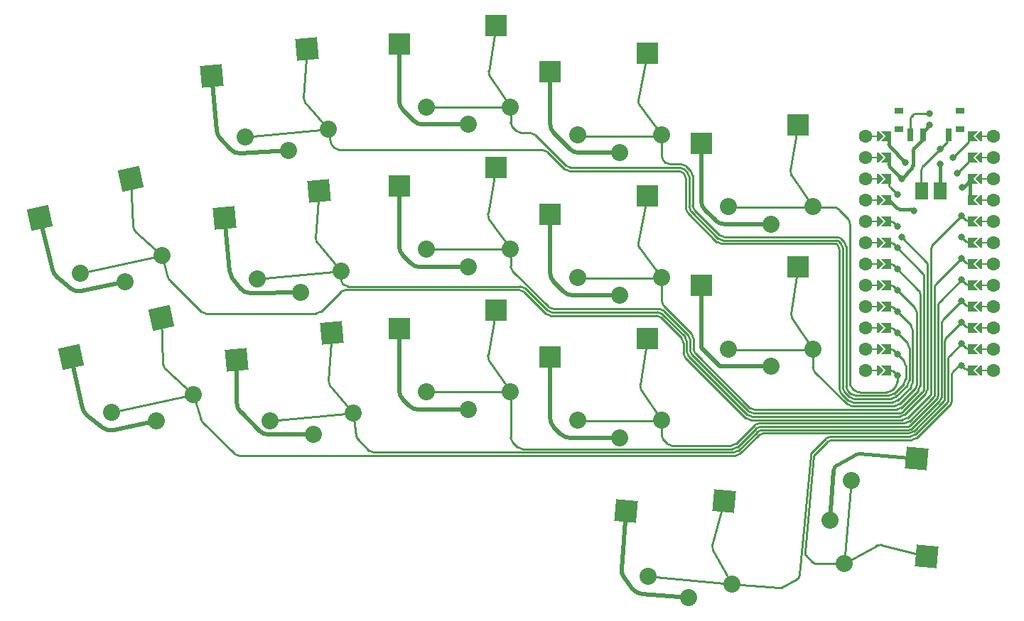
<source format=gbr>
G04 #@! TF.GenerationSoftware,KiCad,Pcbnew,6.0.0-d3dd2cf0fa~116~ubuntu20.04.1*
G04 #@! TF.CreationDate,2022-01-05T23:59:25-05:00*
G04 #@! TF.ProjectId,30_hs,33305f68-732e-46b6-9963-61645f706362,0.1*
G04 #@! TF.SameCoordinates,Original*
G04 #@! TF.FileFunction,Copper,L1,Top*
G04 #@! TF.FilePolarity,Positive*
%FSLAX46Y46*%
G04 Gerber Fmt 4.6, Leading zero omitted, Abs format (unit mm)*
G04 Created by KiCad (PCBNEW 6.0.0-d3dd2cf0fa~116~ubuntu20.04.1) date 2022-01-05 23:59:25*
%MOMM*%
%LPD*%
G01*
G04 APERTURE LIST*
G04 Aperture macros list*
%AMRotRect*
0 Rectangle, with rotation*
0 The origin of the aperture is its center*
0 $1 length*
0 $2 width*
0 $3 Rotation angle, in degrees counterclockwise*
0 Add horizontal line*
21,1,$1,$2,0,0,$3*%
%AMFreePoly0*
4,1,6,0.600000,0.200000,0.000000,-0.400000,-0.600000,0.200000,-0.600000,0.400000,0.600000,0.400000,0.600000,0.200000,0.600000,0.200000,$1*%
%AMFreePoly1*
4,1,5,0.125000,-0.500000,-0.125000,-0.500000,-0.125000,0.500000,0.125000,0.500000,0.125000,-0.500000,0.125000,-0.500000,$1*%
%AMFreePoly2*
4,1,6,0.600000,-0.250000,-0.600000,-0.250000,-0.600000,1.000000,0.000000,0.400000,0.600000,1.000000,0.600000,-0.250000,0.600000,-0.250000,$1*%
G04 Aperture macros list end*
G04 #@! TA.AperFunction,SMDPad,CuDef*
%ADD10RotRect,2.600000X2.600000X12.500000*%
G04 #@! TD*
G04 #@! TA.AperFunction,ComponentPad*
%ADD11C,2.032000*%
G04 #@! TD*
G04 #@! TA.AperFunction,SMDPad,CuDef*
%ADD12RotRect,2.600000X2.600000X5.000000*%
G04 #@! TD*
G04 #@! TA.AperFunction,SMDPad,CuDef*
%ADD13R,2.600000X2.600000*%
G04 #@! TD*
G04 #@! TA.AperFunction,SMDPad,CuDef*
%ADD14RotRect,2.600000X2.600000X355.000000*%
G04 #@! TD*
G04 #@! TA.AperFunction,SMDPad,CuDef*
%ADD15RotRect,2.600000X2.600000X265.000000*%
G04 #@! TD*
G04 #@! TA.AperFunction,SMDPad,CuDef*
%ADD16R,1.500000X2.100000*%
G04 #@! TD*
G04 #@! TA.AperFunction,ComponentPad*
%ADD17C,1.600000*%
G04 #@! TD*
G04 #@! TA.AperFunction,SMDPad,CuDef*
%ADD18FreePoly0,90.000000*%
G04 #@! TD*
G04 #@! TA.AperFunction,SMDPad,CuDef*
%ADD19FreePoly0,270.000000*%
G04 #@! TD*
G04 #@! TA.AperFunction,SMDPad,CuDef*
%ADD20FreePoly1,270.000000*%
G04 #@! TD*
G04 #@! TA.AperFunction,SMDPad,CuDef*
%ADD21FreePoly1,90.000000*%
G04 #@! TD*
G04 #@! TA.AperFunction,SMDPad,CuDef*
%ADD22FreePoly2,270.000000*%
G04 #@! TD*
G04 #@! TA.AperFunction,SMDPad,CuDef*
%ADD23FreePoly2,90.000000*%
G04 #@! TD*
G04 #@! TA.AperFunction,SMDPad,CuDef*
%ADD24R,1.000000X0.800000*%
G04 #@! TD*
G04 #@! TA.AperFunction,SMDPad,CuDef*
%ADD25R,0.700000X1.500000*%
G04 #@! TD*
G04 #@! TA.AperFunction,ViaPad*
%ADD26C,0.800000*%
G04 #@! TD*
G04 #@! TA.AperFunction,Conductor*
%ADD27C,0.250000*%
G04 #@! TD*
G04 #@! TA.AperFunction,Conductor*
%ADD28C,0.500000*%
G04 #@! TD*
G04 #@! TA.AperFunction,Conductor*
%ADD29C,0.400000*%
G04 #@! TD*
G04 APERTURE END LIST*
D10*
X38954135Y-69405927D03*
D11*
X38321575Y-81683874D03*
X32985571Y-80715851D03*
X42748532Y-78551455D03*
D10*
X28154083Y-74053656D03*
D11*
X57753079Y-66068134D03*
D12*
X59982821Y-53977791D03*
D11*
X62551025Y-63540346D03*
X52589078Y-64411904D03*
D12*
X48668515Y-57176069D03*
D13*
X70955000Y-53308851D03*
D11*
X84230000Y-60858851D03*
X74230000Y-60858851D03*
X79230000Y-62958851D03*
D13*
X82505000Y-51108851D03*
D11*
X97233086Y-66327567D03*
D13*
X100508086Y-54477567D03*
D11*
X102233086Y-64227567D03*
X92233086Y-64227567D03*
D13*
X88958086Y-56677567D03*
X118508089Y-62977570D03*
D11*
X115233089Y-74827570D03*
X120233089Y-72727570D03*
X110233089Y-72727570D03*
D13*
X106958089Y-65177570D03*
D11*
X42001051Y-98280900D03*
D10*
X42633611Y-86002953D03*
D11*
X46428008Y-95148481D03*
D10*
X31833559Y-90650682D03*
D11*
X36665047Y-97312877D03*
X59234721Y-83003450D03*
D12*
X61464463Y-70913107D03*
D11*
X64032667Y-80475662D03*
X54070720Y-81347220D03*
D12*
X50150157Y-74111385D03*
D11*
X84230000Y-77858851D03*
D13*
X70955000Y-70308851D03*
D11*
X74230000Y-77858851D03*
X79230000Y-79958851D03*
D13*
X82505000Y-68108851D03*
D11*
X102233086Y-81227564D03*
X92233086Y-81227564D03*
D13*
X88958086Y-73677564D03*
X100508086Y-71477564D03*
D11*
X97233086Y-83327564D03*
D13*
X106958089Y-82177569D03*
D11*
X120233089Y-89727569D03*
X110233089Y-89727569D03*
X115233089Y-91827569D03*
D13*
X118508089Y-79977569D03*
D11*
X60716369Y-99938758D03*
D12*
X62946111Y-87848415D03*
D11*
X65514315Y-97410970D03*
X55552368Y-98282528D03*
D12*
X51631805Y-91046693D03*
D11*
X74230000Y-94858862D03*
X84230000Y-94858862D03*
D13*
X70955000Y-87308862D03*
X82505000Y-85108862D03*
D11*
X79230000Y-96958862D03*
X92233086Y-98227566D03*
X102233086Y-98227566D03*
D13*
X88958086Y-90677566D03*
D11*
X97233086Y-100327566D03*
D13*
X100508086Y-88477566D03*
D14*
X109706114Y-107883077D03*
D11*
X105410781Y-119402549D03*
X110574782Y-117746319D03*
X100612835Y-116874761D03*
D14*
X98008323Y-109068056D03*
D11*
X122296236Y-110188449D03*
D15*
X133815708Y-114483782D03*
D11*
X123952466Y-115352450D03*
X124824024Y-105390503D03*
D15*
X132630729Y-102785991D03*
D16*
X135423000Y-70866000D03*
X133223000Y-70866000D03*
D17*
X126519009Y-64334446D03*
X141759009Y-74494446D03*
D18*
X128297009Y-71954446D03*
D19*
X139981009Y-82114446D03*
D17*
X141759009Y-69414446D03*
X126519009Y-71954446D03*
X126519009Y-77034446D03*
D18*
X128297009Y-87194446D03*
D20*
X140489009Y-71954446D03*
D18*
X128297009Y-92274446D03*
D17*
X141759009Y-79574446D03*
D18*
X128297009Y-84654446D03*
D17*
X141759009Y-92274446D03*
D20*
X140489009Y-77034446D03*
D19*
X139981009Y-87194446D03*
D18*
X128297009Y-77034446D03*
X128297009Y-79574446D03*
D17*
X126519009Y-66874446D03*
D20*
X140489009Y-69414446D03*
D17*
X141759009Y-84654446D03*
D20*
X140489009Y-87194446D03*
D18*
X128297009Y-64334446D03*
D17*
X141759009Y-77034446D03*
D20*
X140489009Y-82114446D03*
D21*
X127789009Y-89734446D03*
D17*
X141759009Y-64334446D03*
D18*
X128297009Y-66874446D03*
X128297009Y-89734446D03*
D19*
X139981009Y-89734446D03*
D21*
X127789009Y-69414446D03*
D17*
X141759009Y-82114446D03*
D20*
X140489009Y-89734446D03*
X140489009Y-79574446D03*
D17*
X141759009Y-71954446D03*
D20*
X140489009Y-84654446D03*
D17*
X126519009Y-69414446D03*
D21*
X127789009Y-74494446D03*
D18*
X128297009Y-74494446D03*
D19*
X139981009Y-79574446D03*
D17*
X126519009Y-89734446D03*
X126519009Y-79574446D03*
D18*
X128297009Y-69414446D03*
D20*
X140489009Y-92274446D03*
D21*
X127789009Y-66874446D03*
X127789009Y-87194446D03*
D17*
X126519009Y-87194446D03*
D19*
X139981009Y-74494446D03*
D21*
X127789009Y-84654446D03*
X127789009Y-77034446D03*
D20*
X140489009Y-74494446D03*
D17*
X141759009Y-66874446D03*
D21*
X127789009Y-64334446D03*
D19*
X139981009Y-69414446D03*
D21*
X127789009Y-79574446D03*
X127789009Y-71954446D03*
X127789009Y-82114446D03*
D17*
X126519009Y-74494446D03*
D19*
X139981009Y-71954446D03*
D17*
X126519009Y-84654446D03*
D19*
X139981009Y-66874446D03*
D20*
X140489009Y-66874446D03*
D17*
X126519009Y-92274446D03*
D19*
X139981009Y-64334446D03*
D17*
X126519009Y-82114446D03*
D20*
X140489009Y-64334446D03*
D19*
X139981009Y-84654446D03*
D17*
X141759009Y-89734446D03*
D19*
X139981009Y-92274446D03*
D18*
X128297009Y-82114446D03*
D19*
X139981009Y-77034446D03*
D21*
X127789009Y-92274446D03*
D17*
X141759009Y-87194446D03*
D22*
X138965009Y-64334446D03*
X138965009Y-66874446D03*
X138965009Y-69414446D03*
X138965009Y-71954446D03*
X138965009Y-74494446D03*
X138965009Y-77034446D03*
X138965009Y-79574446D03*
X138965009Y-82114446D03*
X138965009Y-84654446D03*
X138965009Y-87194446D03*
X138965009Y-89734446D03*
X138965009Y-92274446D03*
D23*
X129313009Y-92274446D03*
X129313009Y-89734446D03*
X129313009Y-87194446D03*
X129313009Y-84654446D03*
X129313009Y-82114446D03*
X129313009Y-79574446D03*
X129313009Y-77034446D03*
X129313009Y-74494446D03*
X129313009Y-71954446D03*
X129313009Y-69414446D03*
X129313009Y-66874446D03*
X129313009Y-64334446D03*
D24*
X130497486Y-63541256D03*
X137797486Y-61341256D03*
X137797486Y-63541256D03*
X130497486Y-61341256D03*
D25*
X136397486Y-64191256D03*
X133397486Y-64191256D03*
X131897486Y-64191256D03*
D26*
X134147489Y-61641258D03*
X137965009Y-73859446D03*
X130313009Y-85289444D03*
X130313007Y-87829443D03*
X130313008Y-90369445D03*
X130313005Y-92909447D03*
X137965007Y-86559444D03*
X137965009Y-76399444D03*
X130813009Y-76399446D03*
X130313006Y-77669446D03*
X130313007Y-80209443D03*
X130313007Y-82749441D03*
X137965005Y-84019446D03*
X137965011Y-81479447D03*
X137965007Y-78939446D03*
X137965007Y-89099443D03*
X137922000Y-91694000D03*
X130313008Y-71319445D03*
X137465008Y-68779446D03*
X136965009Y-66874444D03*
X130813008Y-69414444D03*
X138023600Y-70459600D03*
X134147491Y-63041258D03*
X132313009Y-73224443D03*
X133153388Y-70866000D03*
X135419174Y-65864289D03*
X135423001Y-70866001D03*
X135382000Y-67691000D03*
X131313008Y-67509445D03*
X130313007Y-75129443D03*
D27*
X131897489Y-62318221D02*
X131897489Y-64191257D01*
X132220901Y-61787703D02*
X132043936Y-61964667D01*
X134147489Y-61641258D02*
X132574454Y-61641257D01*
X132043936Y-61964667D02*
G75*
G03*
X131897489Y-62318221I353550J-353553D01*
G01*
X132220901Y-61787703D02*
G75*
G02*
X132574454Y-61641257I353553J-353556D01*
G01*
X85233140Y-82669523D02*
X64586848Y-82669523D01*
X42748532Y-78551455D02*
X32985571Y-80715851D01*
X137965009Y-73859446D02*
X134587798Y-77236657D01*
X134355109Y-77723709D02*
X134353484Y-77802342D01*
X134445973Y-77424170D02*
X134385790Y-77569465D01*
X61093629Y-85500000D02*
X47906371Y-85500000D01*
X112236224Y-97956242D02*
X105060754Y-90780772D01*
X47340685Y-85265685D02*
X43630246Y-81555246D01*
X88409711Y-85514723D02*
X85798825Y-82903837D01*
X43420744Y-81187258D02*
X42748532Y-78551455D01*
X134533345Y-77293408D02*
X134445973Y-77424170D01*
X39233542Y-75113781D02*
X38954135Y-69405927D01*
X134219377Y-95246041D02*
X134151765Y-95317575D01*
X138453559Y-74347997D02*
X137965009Y-73859446D01*
X138965009Y-74494444D02*
X138807113Y-74494444D01*
X134353484Y-94984679D02*
X134321369Y-95077723D01*
X134587798Y-77236657D02*
X134533345Y-77293408D01*
X104826440Y-90215087D02*
X104826440Y-88972817D01*
X134321369Y-95077723D02*
X134219377Y-95246041D01*
X64021162Y-82903838D02*
X61659314Y-85265686D01*
X42748532Y-78551455D02*
X39501893Y-75673303D01*
X130947412Y-98190557D02*
X112801910Y-98190557D01*
X134353484Y-77802342D02*
X134353484Y-94984679D01*
X134151765Y-95317575D02*
X131513097Y-97956243D01*
X101602663Y-85749040D02*
X88975397Y-85749038D01*
X134385790Y-77569465D02*
X134355109Y-77723709D01*
X104592125Y-88407131D02*
X102168348Y-85983354D01*
X64021162Y-82903838D02*
G75*
G02*
X64586848Y-82669523I565689J-565692D01*
G01*
X104826440Y-90215087D02*
G75*
G03*
X105060754Y-90780772I800000J0D01*
G01*
X102168348Y-85983354D02*
G75*
G03*
X101602663Y-85749040I-565685J-565686D01*
G01*
X39233543Y-75113781D02*
G75*
G03*
X39501893Y-75673302I799050J39118D01*
G01*
X61093629Y-85500000D02*
G75*
G03*
X61659314Y-85265686I0J800000D01*
G01*
X47906371Y-85500000D02*
G75*
G02*
X47340685Y-85265685I-2J799995D01*
G01*
X85233140Y-82669523D02*
G75*
G02*
X85798825Y-82903837I0J-800000D01*
G01*
X88975397Y-85749038D02*
G75*
G02*
X88409711Y-85514723I-2J799995D01*
G01*
X112236224Y-97956242D02*
G75*
G03*
X112801910Y-98190557I565684J565680D01*
G01*
X43630247Y-81555245D02*
G75*
G02*
X43420745Y-81187258I565690J565687D01*
G01*
X131513097Y-97956243D02*
G75*
G02*
X130947412Y-98190557I-565685J565686D01*
G01*
X104592125Y-88407131D02*
G75*
G02*
X104826440Y-88972817I-565680J-565684D01*
G01*
X138453559Y-74347997D02*
G75*
G03*
X138807113Y-74494444I353553J353550D01*
G01*
X105125960Y-72949601D02*
X105125960Y-69362343D01*
X90637218Y-68252224D02*
X88601811Y-66216817D01*
X59550038Y-59670652D02*
X59982821Y-53977791D01*
X108784711Y-76939723D02*
X105360274Y-73515286D01*
X104891645Y-68796657D02*
X104815842Y-68720854D01*
X123180325Y-77271657D02*
X123141286Y-77232618D01*
X62551025Y-63540346D02*
X52589078Y-64411904D01*
X129777822Y-96100490D02*
X125001884Y-96100490D01*
X131915685Y-94293998D02*
X130343507Y-95866176D01*
X122999865Y-77174040D02*
X121850000Y-77174040D01*
X123414641Y-94513247D02*
X123414641Y-93700000D01*
X62551025Y-63540346D02*
X59739605Y-60251080D01*
X129824454Y-84800891D02*
X130313009Y-85289444D01*
X123414641Y-93700000D02*
X123414640Y-77837343D01*
X104250157Y-68486540D02*
X91202904Y-68486539D01*
X132150000Y-87457806D02*
X132150000Y-93728312D01*
X63248188Y-65748188D02*
X63031724Y-65531724D01*
X88036126Y-65982503D02*
X63813874Y-65982503D01*
X121850000Y-77174040D02*
X109350397Y-77174038D01*
X130313009Y-85289444D02*
X131915686Y-86892121D01*
X124436198Y-95866175D02*
X123648955Y-95078932D01*
X62808109Y-65096440D02*
X62551025Y-63540346D01*
X129313008Y-84654447D02*
X129470896Y-84654445D01*
X124436198Y-95866175D02*
G75*
G03*
X125001884Y-96100490I565684J565680D01*
G01*
X104891645Y-68796657D02*
G75*
G02*
X105125960Y-69362343I-565692J-565689D01*
G01*
X105360274Y-73515286D02*
G75*
G02*
X105125960Y-72949601I565686J565685D01*
G01*
X129824454Y-84800891D02*
G75*
G03*
X129470896Y-84654445I-353553J-353554D01*
G01*
X129777822Y-96100490D02*
G75*
G03*
X130343507Y-95866176I0J800000D01*
G01*
X62808110Y-65096440D02*
G75*
G03*
X63031725Y-65531723I789294J130398D01*
G01*
X63248188Y-65748188D02*
G75*
G03*
X63813874Y-65982503I565689J565692D01*
G01*
X88601811Y-66216817D02*
G75*
G03*
X88036126Y-65982503I-565685J-565686D01*
G01*
X132150000Y-87457806D02*
G75*
G03*
X131915686Y-86892121I-800000J0D01*
G01*
X131915685Y-94293998D02*
G75*
G03*
X132150000Y-93728312I-565692J565689D01*
G01*
X104250157Y-68486540D02*
G75*
G02*
X104815842Y-68720854I0J-800000D01*
G01*
X108784711Y-76939723D02*
G75*
G03*
X109350397Y-77174038I565689J565692D01*
G01*
X123141286Y-77232618D02*
G75*
G03*
X122999865Y-77174040I-141422J-141425D01*
G01*
X123414641Y-94513247D02*
G75*
G03*
X123648955Y-95078932I800000J0D01*
G01*
X91202904Y-68486539D02*
G75*
G02*
X90637218Y-68252224I-2J799995D01*
G01*
X123180325Y-77271657D02*
G75*
G02*
X123414640Y-77837343I-565692J-565689D01*
G01*
X59739606Y-60251079D02*
G75*
G02*
X59550039Y-59670652I608130J519784D01*
G01*
X108950198Y-76540204D02*
X105759795Y-73349801D01*
X84244393Y-60858851D02*
X74244393Y-60858851D01*
X123579845Y-77106171D02*
X123351036Y-76877362D01*
X105291165Y-68631171D02*
X104981328Y-68321334D01*
X129541602Y-95700980D02*
X125167358Y-95700980D01*
X129313007Y-87194443D02*
X129470902Y-87194443D01*
X84244393Y-60858851D02*
X81753679Y-57188317D01*
X105525481Y-72784116D02*
X105525480Y-69196857D01*
X90802705Y-67852705D02*
X87134314Y-64184314D01*
X129824454Y-87340890D02*
X130313007Y-87829443D01*
X124601672Y-95466665D02*
X124048474Y-94913467D01*
X84244393Y-62713022D02*
X84244393Y-60858851D01*
X81626002Y-56610897D02*
X82519393Y-51108851D01*
X123102754Y-76774520D02*
X109515884Y-76774519D01*
X86568629Y-63950000D02*
X85481371Y-63950000D01*
X104415643Y-68087020D02*
X91368391Y-68087020D01*
X84915685Y-63715685D02*
X84478707Y-63278707D01*
X131515685Y-94058268D02*
X130107287Y-95466666D01*
X123814160Y-94347782D02*
X123814160Y-77671857D01*
X130313007Y-87829443D02*
X131515686Y-89032122D01*
X131750000Y-89597807D02*
X131750000Y-93492582D01*
X105525480Y-69196857D02*
G75*
G03*
X105291165Y-68631171I-799995J2D01*
G01*
X104415643Y-68087020D02*
G75*
G02*
X104981328Y-68321334I0J-800000D01*
G01*
X129541602Y-95700980D02*
G75*
G03*
X130107287Y-95466666I0J800000D01*
G01*
X123814160Y-77671857D02*
G75*
G03*
X123579845Y-77106171I-799995J2D01*
G01*
X124601672Y-95466665D02*
G75*
G03*
X125167358Y-95700980I565689J565692D01*
G01*
X123814160Y-94347782D02*
G75*
G03*
X124048474Y-94913467I800000J0D01*
G01*
X123351036Y-76877362D02*
G75*
G03*
X123102754Y-76774520I-248284J-248285D01*
G01*
X81753680Y-57188316D02*
G75*
G02*
X81626003Y-56610897I661980J449200D01*
G01*
X131515685Y-94058268D02*
G75*
G03*
X131750000Y-93492582I-565692J565689D01*
G01*
X84915685Y-63715685D02*
G75*
G03*
X85481371Y-63950000I565689J565692D01*
G01*
X87134314Y-64184314D02*
G75*
G03*
X86568629Y-63950000I-565685J-565686D01*
G01*
X105525481Y-72784116D02*
G75*
G03*
X105759795Y-73349801I800000J0D01*
G01*
X129824454Y-87340890D02*
G75*
G03*
X129470902Y-87194443I-353551J-353545D01*
G01*
X131750000Y-89597807D02*
G75*
G03*
X131515686Y-89032122I-800000J0D01*
G01*
X109515884Y-76774519D02*
G75*
G02*
X108950198Y-76540204I-2J799995D01*
G01*
X90802705Y-67852705D02*
G75*
G03*
X91368391Y-68087020I565689J565692D01*
G01*
X84244393Y-62713022D02*
G75*
G03*
X84478707Y-63278707I800000J0D01*
G01*
X105690685Y-68465685D02*
X105146814Y-67921814D01*
X124213680Y-94182309D02*
X124213680Y-77506371D01*
X123979365Y-76940685D02*
X123582847Y-76544167D01*
X123174442Y-76375000D02*
X109681371Y-76375000D01*
X102628185Y-67453185D02*
X102467400Y-67292400D01*
X109115685Y-76140685D02*
X106159314Y-73184314D01*
X102233086Y-66726715D02*
X102233086Y-64227567D01*
X131325000Y-91712808D02*
X131325000Y-93305975D01*
X131090686Y-93871660D02*
X129895188Y-95067158D01*
X130313008Y-90369445D02*
X131090685Y-91147122D01*
X99464251Y-60009496D02*
X100508086Y-54477567D01*
X104581129Y-67687500D02*
X103193871Y-67687500D01*
X102233086Y-64227567D02*
X99604424Y-60629790D01*
X124767159Y-95067159D02*
X124447995Y-94747995D01*
X92133086Y-64327566D02*
X102333090Y-64327569D01*
X129313009Y-89734443D02*
X129470902Y-89734443D01*
X105925000Y-72618629D02*
X105925000Y-69031371D01*
X129329502Y-95301473D02*
X125332844Y-95301473D01*
X129824455Y-89880890D02*
X130313008Y-90369445D01*
X123174442Y-76375001D02*
G75*
G02*
X123582846Y-76544168I0J-577571D01*
G01*
X106159314Y-73184314D02*
G75*
G02*
X105925000Y-72618629I565686J565685D01*
G01*
X124213680Y-94182309D02*
G75*
G03*
X124447995Y-94747995I800007J3D01*
G01*
X109115685Y-76140685D02*
G75*
G03*
X109681371Y-76375000I565689J565692D01*
G01*
X129824455Y-89880890D02*
G75*
G03*
X129470902Y-89734443I-353555J-353557D01*
G01*
X99604425Y-60629789D02*
G75*
G02*
X99464252Y-60009496I645949J471955D01*
G01*
X124213680Y-77506371D02*
G75*
G03*
X123979365Y-76940685I-799995J2D01*
G01*
X102628185Y-67453185D02*
G75*
G03*
X103193871Y-67687500I565689J565692D01*
G01*
X131325000Y-91712808D02*
G75*
G03*
X131090685Y-91147122I-800007J-3D01*
G01*
X105146814Y-67921814D02*
G75*
G03*
X104581129Y-67687500I-565685J-565686D01*
G01*
X105690685Y-68465685D02*
G75*
G02*
X105925000Y-69031371I-565692J-565689D01*
G01*
X129329502Y-95301473D02*
G75*
G03*
X129895188Y-95067158I2J799995D01*
G01*
X102467400Y-67292400D02*
G75*
G02*
X102233086Y-66726715I565686J565685D01*
G01*
X131090686Y-93871660D02*
G75*
G03*
X131325000Y-93305975I-565686J565685D01*
G01*
X124767159Y-95067159D02*
G75*
G03*
X125332844Y-95301473I565685J565686D01*
G01*
X129824454Y-92420891D02*
X130313005Y-92909447D01*
X130313005Y-92909447D02*
X130313005Y-93656381D01*
X122705356Y-72827570D02*
X120333089Y-72827570D01*
X117579205Y-68408100D02*
X118508089Y-62977570D01*
X129313004Y-92274443D02*
X129470899Y-92274443D01*
X124663200Y-93718186D02*
X124663200Y-74785414D01*
X120333090Y-72827570D02*
X120333092Y-72827572D01*
X129074986Y-94894400D02*
X125839414Y-94894400D01*
X130020112Y-94363488D02*
X129782093Y-94601507D01*
X110133089Y-72827570D02*
X120333092Y-72827572D01*
X125132307Y-94601507D02*
X124956093Y-94425293D01*
X120333089Y-72827570D02*
X120333090Y-72827570D01*
X120233089Y-72727570D02*
X117705162Y-68991281D01*
X124370307Y-74078307D02*
X123412463Y-73120463D01*
X117705162Y-68991281D02*
G75*
G02*
X117579205Y-68408100I662596J448302D01*
G01*
X130313004Y-93656381D02*
G75*
G02*
X130020111Y-94363487I-999993J-3D01*
G01*
X124663201Y-93718186D02*
G75*
G03*
X124956094Y-94425292I999993J-3D01*
G01*
X129074986Y-94894399D02*
G75*
G03*
X129782092Y-94601506I3J999993D01*
G01*
X122705356Y-72827571D02*
G75*
G02*
X123412462Y-73120464I3J-999993D01*
G01*
X125839414Y-94894399D02*
G75*
G02*
X125132308Y-94601506I-3J999993D01*
G01*
X124663199Y-74785414D02*
G75*
G03*
X124370306Y-74078308I-999993J3D01*
G01*
X129470899Y-92274443D02*
G75*
G02*
X129824454Y-92420891I3J-499992D01*
G01*
X47341667Y-98134365D02*
X46428008Y-95148481D01*
X135953186Y-88825628D02*
X135951561Y-88904261D01*
X42837650Y-91563427D02*
X42633611Y-86002953D01*
X113802049Y-100022951D02*
X111584314Y-102240686D01*
X137965007Y-86559444D02*
X136185875Y-88338576D01*
X111018629Y-102475000D02*
X51881371Y-102475000D01*
X131699011Y-99788636D02*
X114367735Y-99788636D01*
X46428008Y-95148481D02*
X43099359Y-92126394D01*
X136131422Y-88395327D02*
X136044050Y-88526089D01*
X46428008Y-95148481D02*
X36665047Y-97312877D01*
X136185875Y-88338576D02*
X136131422Y-88395327D01*
X135951561Y-88904261D02*
X135951561Y-95536086D01*
X51315685Y-102240685D02*
X47540969Y-98465969D01*
X136044050Y-88526089D02*
X135983867Y-88671384D01*
X138453561Y-87048000D02*
X137965007Y-86559444D01*
X135951561Y-95536086D02*
X135950082Y-95614734D01*
X135919396Y-95769006D02*
X135859202Y-95914328D01*
X135983867Y-88671384D02*
X135953186Y-88825628D01*
X135859202Y-95914328D02*
X135771813Y-96045114D01*
X138965008Y-87194447D02*
X138807114Y-87194447D01*
X135950082Y-95614734D02*
X135919396Y-95769006D01*
X135717246Y-96101772D02*
X132264696Y-99554322D01*
X135771813Y-96045114D02*
X135717246Y-96101772D01*
X47341668Y-98134365D02*
G75*
G03*
X47540970Y-98465968I764989J234083D01*
G01*
X111584314Y-102240686D02*
G75*
G02*
X111018629Y-102475000I-565685J565686D01*
G01*
X51881371Y-102475000D02*
G75*
G02*
X51315685Y-102240685I-2J799995D01*
G01*
X42837650Y-91563427D02*
G75*
G03*
X43099359Y-92126394I799463J29336D01*
G01*
X138453561Y-87048000D02*
G75*
G03*
X138807114Y-87194447I353555J353557D01*
G01*
X113802049Y-100022951D02*
G75*
G02*
X114367735Y-99788636I565689J-565692D01*
G01*
X131699011Y-99788636D02*
G75*
G03*
X132264696Y-99554322I0J800000D01*
G01*
X101768149Y-85349520D02*
X89140884Y-85349519D01*
X138453558Y-76887996D02*
X137965009Y-76399444D01*
X105225960Y-90049601D02*
X105225960Y-88807331D01*
X130813009Y-76399446D02*
X133903965Y-79490402D01*
X112401710Y-97556722D02*
X105460274Y-90615286D01*
X64032667Y-81451296D02*
X64032667Y-80475662D01*
X60978837Y-76422822D02*
X61464463Y-70913107D01*
X104991645Y-88241645D02*
X102333834Y-85583834D01*
X130665115Y-97791038D02*
X112967396Y-97791037D01*
X64032667Y-80475662D02*
X54070720Y-81347220D01*
X138965008Y-77034444D02*
X138807114Y-77034444D01*
X64285688Y-82035688D02*
X64266981Y-82016981D01*
X85398626Y-82270003D02*
X64851374Y-82270003D01*
X88575198Y-85115204D02*
X85964311Y-82504317D01*
X133669650Y-95117874D02*
X131230800Y-97556724D01*
X64032667Y-80475662D02*
X61159380Y-77003054D01*
X133903965Y-79490402D02*
X133903965Y-94552188D01*
X85964311Y-82504317D02*
G75*
G03*
X85398626Y-82270003I-565685J-565686D01*
G01*
X64285688Y-82035688D02*
G75*
G03*
X64851374Y-82270003I565684J565680D01*
G01*
X64032667Y-81451296D02*
G75*
G03*
X64266981Y-82016981I800000J0D01*
G01*
X88575198Y-85115204D02*
G75*
G03*
X89140884Y-85349519I565689J565692D01*
G01*
X102333834Y-85583834D02*
G75*
G03*
X101768149Y-85349520I-565685J-565686D01*
G01*
X112401710Y-97556722D02*
G75*
G03*
X112967396Y-97791037I565684J565680D01*
G01*
X138453558Y-76887996D02*
G75*
G03*
X138807114Y-77034444I353554J353549D01*
G01*
X130665115Y-97791038D02*
G75*
G03*
X131230800Y-97556724I0J800000D01*
G01*
X104991645Y-88241645D02*
G75*
G02*
X105225960Y-88807331I-565692J-565689D01*
G01*
X105225960Y-90049601D02*
G75*
G03*
X105460274Y-90615286I800000J0D01*
G01*
X133669650Y-95117874D02*
G75*
G03*
X133903965Y-94552188I-565692J565689D01*
G01*
X60978838Y-76422822D02*
G75*
G03*
X61159380Y-77003054I796909J-70241D01*
G01*
X133307292Y-94888522D02*
X133252725Y-94945180D01*
X133487040Y-94379494D02*
X133485561Y-94458142D01*
X84244389Y-77858851D02*
X81668719Y-74223425D01*
X105625480Y-89884116D02*
X105625479Y-88621856D01*
X133485415Y-81096218D02*
X133487040Y-81174851D01*
X133485561Y-94458142D02*
X133454875Y-94612414D01*
X129313008Y-77034445D02*
X129470900Y-77034445D01*
X130553648Y-97389894D02*
X130475015Y-97391519D01*
X133252725Y-94945180D02*
X131040700Y-97157205D01*
X129824456Y-77180893D02*
X130313006Y-77669446D01*
X130983949Y-97211658D02*
X130853187Y-97299030D01*
X81533979Y-73620136D02*
X82519389Y-68108851D01*
X131040700Y-97157205D02*
X130983949Y-97211658D01*
X130475015Y-97391519D02*
X113132883Y-97391518D01*
X133394551Y-80796679D02*
X133454734Y-80941974D01*
X133252726Y-80609166D02*
X133307179Y-80665917D01*
X133487040Y-81174851D02*
X133487040Y-94379494D01*
X133307179Y-80665917D02*
X133394551Y-80796679D01*
X133394681Y-94757736D02*
X133307292Y-94888522D01*
X101953623Y-84950000D02*
X89306371Y-84950000D01*
X105391164Y-88056170D02*
X102519308Y-85184314D01*
X84244389Y-79888018D02*
X84244389Y-77858851D01*
X130707892Y-97359213D02*
X130553648Y-97389894D01*
X88740685Y-84715685D02*
X84478703Y-80453703D01*
X130853187Y-97299030D02*
X130707892Y-97359213D01*
X133454875Y-94612414D02*
X133394681Y-94757736D01*
X130313006Y-77669446D02*
X133252726Y-80609166D01*
X133454734Y-80941974D02*
X133485415Y-81096218D01*
X112567197Y-97157203D02*
X105859794Y-90449800D01*
X84244389Y-77858851D02*
X74244389Y-77858851D01*
X81533979Y-73620136D02*
G75*
G03*
X81668719Y-74223425I787512J-140806D01*
G01*
X102519308Y-85184314D02*
G75*
G03*
X101953623Y-84950000I-565685J-565686D01*
G01*
X105391164Y-88056170D02*
G75*
G02*
X105625479Y-88621856I-565692J-565689D01*
G01*
X129824456Y-77180893D02*
G75*
G03*
X129470900Y-77034445I-353554J-353549D01*
G01*
X88740685Y-84715685D02*
G75*
G03*
X89306371Y-84950000I565689J565692D01*
G01*
X105625480Y-89884116D02*
G75*
G03*
X105859794Y-90449800I799995J-1D01*
G01*
X84478703Y-80453703D02*
G75*
G02*
X84244389Y-79888018I565686J565685D01*
G01*
X112567197Y-97157203D02*
G75*
G03*
X113132883Y-97391518I565684J565680D01*
G01*
X129824454Y-79720891D02*
X130313007Y-80209443D01*
X112732684Y-96757684D02*
X106259314Y-90284314D01*
X130313007Y-80209443D02*
X132803206Y-82699642D01*
X133005214Y-83032450D02*
X133035895Y-83186694D01*
X133035895Y-83186694D02*
X133037520Y-83265327D01*
X99441334Y-77029752D02*
X100508093Y-71477564D01*
X132803206Y-82699642D02*
X132857659Y-82756393D01*
X132857659Y-82756393D02*
X132945031Y-82887155D01*
X106025000Y-89718629D02*
X106025000Y-88456371D01*
X130193129Y-96991999D02*
X113298370Y-96991999D01*
X102233093Y-81227564D02*
X99584465Y-77657348D01*
X132803205Y-94713294D02*
X130758814Y-96757685D01*
X133037520Y-83265327D02*
X133037520Y-94147608D01*
X102233093Y-84001722D02*
X102233093Y-81227564D01*
X132945031Y-82887155D02*
X133005214Y-83032450D01*
X105790685Y-87890685D02*
X102467407Y-84567407D01*
X129313006Y-79574444D02*
X129470902Y-79574444D01*
X92133084Y-81327568D02*
X102333101Y-81327570D01*
X130193129Y-96991999D02*
G75*
G03*
X130758814Y-96757685I0J800000D01*
G01*
X129824454Y-79720891D02*
G75*
G03*
X129470902Y-79574444I-353551J-353545D01*
G01*
X106025000Y-89718629D02*
G75*
G03*
X106259314Y-90284314I800000J0D01*
G01*
X102233093Y-84001722D02*
G75*
G03*
X102467407Y-84567407I800000J0D01*
G01*
X132803205Y-94713294D02*
G75*
G03*
X133037520Y-94147608I-565680J565684D01*
G01*
X99584465Y-77657348D02*
G75*
G02*
X99441334Y-77029752I642506J476651D01*
G01*
X112732684Y-96757684D02*
G75*
G03*
X113298370Y-96991999I565684J565680D01*
G01*
X106025000Y-88456371D02*
G75*
G03*
X105790685Y-87890685I-799995J2D01*
G01*
X129313008Y-82114446D02*
X129470904Y-82114446D01*
X132408252Y-94516127D02*
X132383873Y-94516127D01*
X129824459Y-82260893D02*
X130313007Y-82749441D01*
X132586521Y-94085747D02*
X132555835Y-94240019D01*
X132555694Y-85122928D02*
X132586375Y-85277172D01*
X132495511Y-84977633D02*
X132555694Y-85122928D01*
X132588000Y-94007099D02*
X132586521Y-94085747D01*
X110133096Y-89827567D02*
X120333090Y-89827568D01*
X130313007Y-82749441D02*
X132353686Y-84790120D01*
X132588000Y-85355805D02*
X132588000Y-94007099D01*
X132383873Y-94516127D02*
X130609314Y-96290686D01*
X132408139Y-84846871D02*
X132495511Y-84977633D01*
X124290685Y-96290685D02*
X120467407Y-92467407D01*
X120233093Y-89727569D02*
X117797160Y-86082609D01*
X117671268Y-85518633D02*
X118508093Y-79977569D01*
X132353686Y-84790120D02*
X132408139Y-84846871D01*
X130043629Y-96525000D02*
X124856371Y-96525000D01*
X132495641Y-94385341D02*
X132408252Y-94516127D01*
X132555835Y-94240019D02*
X132495641Y-94385341D01*
X132586375Y-85277172D02*
X132588000Y-85355805D01*
X120233093Y-91901722D02*
X120233093Y-89727569D01*
X120467407Y-92467407D02*
G75*
G02*
X120233093Y-91901722I565686J565685D01*
G01*
X130043629Y-96525000D02*
G75*
G03*
X130609314Y-96290686I0J800000D01*
G01*
X117671268Y-85518633D02*
G75*
G03*
X117797160Y-86082609I791028J-119464D01*
G01*
X129824459Y-82260893D02*
G75*
G03*
X129470904Y-82114446I-353553J-353550D01*
G01*
X124290685Y-96290685D02*
G75*
G03*
X124856371Y-96525000I565684J565680D01*
G01*
X135644533Y-86385606D02*
X135584350Y-86530901D01*
X135553669Y-86685145D02*
X135552044Y-86763778D01*
X135731905Y-86254844D02*
X135644533Y-86385606D01*
X138453561Y-84508000D02*
X137965005Y-84019446D01*
X131911554Y-99296360D02*
X131766314Y-99356521D01*
X135550418Y-95449233D02*
X135519736Y-95603477D01*
X110853143Y-102075480D02*
X67931851Y-102075480D01*
X113636562Y-99623432D02*
X111418828Y-101841166D01*
X65841443Y-100076562D02*
X65514315Y-97410970D01*
X135552043Y-95370600D02*
X135550418Y-95449233D01*
X131612128Y-99387190D02*
X131533525Y-99389116D01*
X62547630Y-93503829D02*
X62946111Y-87848415D01*
X131766314Y-99356521D02*
X131612128Y-99387190D01*
X135786358Y-86198093D02*
X135731905Y-86254844D01*
X135459553Y-95748771D02*
X135372181Y-95879533D01*
X135519736Y-95603477D02*
X135459553Y-95748771D01*
X135317727Y-95936285D02*
X132099210Y-99154802D01*
X135584350Y-86530901D02*
X135553669Y-86685145D01*
X132042267Y-99209021D02*
X131911554Y-99296360D01*
X65514315Y-97410970D02*
X55552368Y-98282528D01*
X135372181Y-95879533D02*
X135317727Y-95936285D01*
X132099210Y-99154802D02*
X132042267Y-99209021D01*
X137965005Y-84019446D02*
X135786358Y-86198093D01*
X138965007Y-84654447D02*
X138807110Y-84654446D01*
X131533525Y-99389116D02*
X114202248Y-99389117D01*
X135552044Y-86763778D02*
X135552043Y-95370600D01*
X65514315Y-97410970D02*
X62731159Y-94072307D01*
X67366165Y-101841165D02*
X66069800Y-100544800D01*
X114202248Y-99389117D02*
G75*
G03*
X113636562Y-99623432I-2J-799995D01*
G01*
X111418828Y-101841166D02*
G75*
G02*
X110853143Y-102075480I-565685J565686D01*
G01*
X62731159Y-94072307D02*
G75*
G02*
X62547631Y-93503829I614494J512249D01*
G01*
X65841444Y-100076562D02*
G75*
G03*
X66069801Y-100544799I794043J97447D01*
G01*
X67931851Y-102075480D02*
G75*
G02*
X67366165Y-101841165I-2J799995D01*
G01*
X138453561Y-84508000D02*
G75*
G03*
X138807110Y-84654446I353554J353558D01*
G01*
X135154149Y-84544672D02*
X135152524Y-84623305D01*
X131446672Y-98987971D02*
X131368039Y-98989596D01*
X131933724Y-98755282D02*
X131876973Y-98809735D01*
X135245013Y-84245133D02*
X135184830Y-84390428D01*
X137965011Y-81479447D02*
X135386838Y-84057620D01*
X134918208Y-95770798D02*
X131933724Y-98755282D01*
X110687657Y-101675960D02*
X85632331Y-101675960D01*
X113471075Y-99223913D02*
X111253342Y-101441646D01*
X84244382Y-94858862D02*
X74244382Y-94858862D01*
X138965008Y-82114444D02*
X138807116Y-82114444D01*
X135332385Y-84114371D02*
X135245013Y-84245133D01*
X135386838Y-84057620D02*
X135332385Y-84114371D01*
X138453563Y-81967998D02*
X137965011Y-81479447D01*
X131600916Y-98957290D02*
X131446672Y-98987971D01*
X135060033Y-95583285D02*
X134972661Y-95714047D01*
X85066645Y-101441645D02*
X84478696Y-100853696D01*
X135152524Y-84623305D02*
X135152523Y-95205113D01*
X131368039Y-98989596D02*
X114036761Y-98989598D01*
X134972661Y-95714047D02*
X134918208Y-95770798D01*
X84244382Y-100288011D02*
X84244382Y-94858862D01*
X135152523Y-95205113D02*
X135150898Y-95283746D01*
X131746211Y-98897107D02*
X131600916Y-98957290D01*
X81534301Y-90500432D02*
X82519382Y-85108862D01*
X84244382Y-94858862D02*
X81661743Y-91097008D01*
X135184830Y-84390428D02*
X135154149Y-84544672D01*
X135150898Y-95283746D02*
X135120216Y-95437990D01*
X135120216Y-95437990D02*
X135060033Y-95583285D01*
X131876973Y-98809735D02*
X131746211Y-98897107D01*
X84478696Y-100853696D02*
G75*
G02*
X84244382Y-100288011I565686J565685D01*
G01*
X138453563Y-81967998D02*
G75*
G03*
X138807116Y-82114444I353553J353556D01*
G01*
X81534302Y-90500432D02*
G75*
G03*
X81661744Y-91097008I786979J-143784D01*
G01*
X114036761Y-98989598D02*
G75*
G03*
X113471075Y-99223913I-2J-799995D01*
G01*
X111253342Y-101441646D02*
G75*
G02*
X110687657Y-101675960I-565685J565686D01*
G01*
X85066645Y-101441645D02*
G75*
G03*
X85632331Y-101675960I565689J565692D01*
G01*
X134987318Y-81917135D02*
X134932865Y-81973886D01*
X134753004Y-95039625D02*
X134751379Y-95118258D01*
X102233093Y-98227566D02*
X99795813Y-94557229D01*
X134518689Y-95605311D02*
X131768238Y-98355762D01*
X138453560Y-79427998D02*
X137965007Y-78939446D01*
X113305591Y-98824391D02*
X111087856Y-101042126D01*
X134845493Y-82104648D02*
X134785310Y-82249943D01*
X134573142Y-95548560D02*
X134518689Y-95605311D01*
X134932865Y-81973886D02*
X134845493Y-82104648D01*
X99671303Y-93994713D02*
X100508093Y-88477566D01*
X102892125Y-101042125D02*
X102467407Y-100617407D01*
X134720697Y-95272502D02*
X134660514Y-95417797D01*
X131202553Y-98590076D02*
X113871277Y-98590076D01*
X134751379Y-95118258D02*
X134720697Y-95272502D01*
X92133086Y-98327574D02*
X102333085Y-98327565D01*
X102233093Y-100051722D02*
X102233093Y-98227566D01*
X134753004Y-82482820D02*
X134753004Y-95039625D01*
X134660514Y-95417797D02*
X134573142Y-95548560D01*
X134785310Y-82249943D02*
X134754629Y-82404187D01*
X110522171Y-101276440D02*
X103457811Y-101276440D01*
X137965007Y-78939446D02*
X134987318Y-81917135D01*
X134754629Y-82404187D02*
X134753004Y-82482820D01*
X138965007Y-79574444D02*
X138807114Y-79574444D01*
X111087856Y-101042126D02*
G75*
G02*
X110522171Y-101276440I-565685J565686D01*
G01*
X102233093Y-100051722D02*
G75*
G03*
X102467407Y-100617407I800000J0D01*
G01*
X131202553Y-98590076D02*
G75*
G03*
X131768238Y-98355762I0J800000D01*
G01*
X138807114Y-79574443D02*
G75*
G02*
X138453560Y-79427998I-1J500001D01*
G01*
X113871277Y-98590076D02*
G75*
G03*
X113305591Y-98824391I-2J-799995D01*
G01*
X99671304Y-93994713D02*
G75*
G03*
X99795813Y-94557229I790959J-119963D01*
G01*
X102892125Y-101042125D02*
G75*
G03*
X103457811Y-101276440I565689J565692D01*
G01*
X136352706Y-90966107D02*
X136351081Y-91044740D01*
X120143514Y-102042724D02*
X120054238Y-102194300D01*
X116262850Y-118234457D02*
X116184878Y-118229326D01*
X118251190Y-117253897D02*
X116636582Y-118134591D01*
X138965009Y-89734442D02*
X138807116Y-89734443D01*
X116418169Y-118217430D02*
X116262850Y-118234457D01*
X118439568Y-117114624D02*
X118319210Y-117214975D01*
X110574782Y-117746319D02*
X108356639Y-113733382D01*
X120263656Y-101914227D02*
X120143514Y-102042724D01*
X136318915Y-95934493D02*
X136258721Y-96079815D01*
X136351081Y-91044740D02*
X136351080Y-95701573D01*
X136383387Y-90811863D02*
X136352706Y-90966107D01*
X116567242Y-118170618D02*
X116418169Y-118217430D01*
X136116765Y-96267259D02*
X132430182Y-99953842D01*
X120335202Y-101863029D02*
X120263656Y-101914227D01*
X136171332Y-96210601D02*
X136116765Y-96267259D01*
X110574782Y-117746319D02*
X100612835Y-116874761D01*
X138453559Y-89587996D02*
X137965007Y-89099443D01*
X118655751Y-116703910D02*
X118611111Y-116854122D01*
X136351080Y-95701573D02*
X136349601Y-95780221D01*
X119990028Y-102449078D02*
X118664635Y-116626047D01*
X120054238Y-102194300D02*
X120000113Y-102361680D01*
X136585395Y-90479055D02*
X136530942Y-90535806D01*
X116636582Y-118134591D02*
X116567242Y-118170618D01*
X136530942Y-90535806D02*
X136443570Y-90666568D01*
X118319210Y-117214975D02*
X118251190Y-117253897D01*
X136258721Y-96079815D02*
X136171332Y-96210601D01*
X116184878Y-118229326D02*
X110574782Y-117746319D01*
X118664635Y-116626047D02*
X118655751Y-116703910D01*
X136443570Y-90666568D02*
X136383387Y-90811863D01*
X120000113Y-102361680D02*
X119990028Y-102449078D01*
X136349601Y-95780221D02*
X136318915Y-95934493D01*
X118538122Y-116992790D02*
X118439568Y-117114624D01*
X108284561Y-113137445D02*
X109706114Y-107883077D01*
X118611111Y-116854122D02*
X118538122Y-116992790D01*
X121775760Y-100422471D02*
X120335202Y-101863029D01*
X131864497Y-100188156D02*
X122341446Y-100188156D01*
X137965007Y-89099443D02*
X136585395Y-90479055D01*
X138453559Y-89587996D02*
G75*
G03*
X138807116Y-89734443I353554J353555D01*
G01*
X121775760Y-100422471D02*
G75*
G02*
X122341446Y-100188156I565689J-565692D01*
G01*
X108284562Y-113137445D02*
G75*
G03*
X108356640Y-113733382I772237J-208926D01*
G01*
X132430182Y-99953842D02*
G75*
G02*
X131864497Y-100188156I-565685J565686D01*
G01*
X136930462Y-92433836D02*
X136843090Y-92564598D01*
X120758821Y-115352450D02*
X123952466Y-115352450D01*
X136752226Y-92864137D02*
X136750601Y-92942770D01*
X124824024Y-105390503D02*
X123952466Y-115352450D01*
X119325000Y-114001472D02*
X119326754Y-114080233D01*
X120380649Y-115259961D02*
X120525944Y-115320144D01*
X128434412Y-113104316D02*
X133815708Y-114483782D01*
X138833817Y-92274446D02*
X138965006Y-92274446D01*
X132029983Y-100587676D02*
X122543695Y-100587676D01*
X137668000Y-91694000D02*
X136984915Y-92377085D01*
X136782907Y-92709893D02*
X136752226Y-92864137D01*
X121978009Y-100821991D02*
X120411247Y-102388753D01*
X119325000Y-113854568D02*
X119325000Y-114001472D01*
X123952466Y-115352450D02*
X127846047Y-113180601D01*
X136718436Y-96099978D02*
X136658242Y-96245300D01*
X119500736Y-114425736D02*
X120193136Y-115118136D01*
X120249887Y-115172589D02*
X120380649Y-115259961D01*
X120680188Y-115350825D02*
X120758821Y-115352450D01*
X120193136Y-115118136D02*
X120249887Y-115172589D01*
X136749122Y-95945706D02*
X136718436Y-96099978D01*
X120392453Y-102446872D02*
X120387411Y-102490566D01*
X120411247Y-102388753D02*
X120392453Y-102446872D01*
X119326754Y-114080233D02*
X119367524Y-114232386D01*
X136750601Y-95867058D02*
X136749122Y-95945706D01*
X120525944Y-115320144D02*
X120680188Y-115350825D01*
X119367524Y-114232386D02*
X119446284Y-114368803D01*
X136843090Y-92564598D02*
X136782907Y-92709893D01*
X136984915Y-92377085D02*
X136930462Y-92433836D01*
X136658242Y-96290788D02*
X132595668Y-100353362D01*
X137922000Y-91694000D02*
X138268132Y-92040132D01*
X136658242Y-96245300D02*
X136658242Y-96290788D01*
X136750601Y-92942770D02*
X136750601Y-95867058D01*
X120387411Y-102490566D02*
X119325000Y-113854568D01*
X119446284Y-114368803D02*
X119500736Y-114425736D01*
X137922000Y-91694000D02*
X137668000Y-91694000D01*
X138268132Y-92040132D02*
G75*
G03*
X138833817Y-92274446I565685J565686D01*
G01*
X128434412Y-113104317D02*
G75*
G03*
X127846047Y-113180602I-198652J-774940D01*
G01*
X121978009Y-100821991D02*
G75*
G02*
X122543695Y-100587676I565689J-565692D01*
G01*
X132029983Y-100587676D02*
G75*
G03*
X132595668Y-100353362I0J800000D01*
G01*
X129459455Y-70465891D02*
X130313008Y-71319445D01*
X129313008Y-69414445D02*
X129313009Y-70112339D01*
X129313009Y-70112339D02*
G75*
G03*
X129459455Y-70465891I499997J0D01*
G01*
X138965008Y-67072337D02*
X138965008Y-66874448D01*
X137465008Y-68779446D02*
X138818562Y-67425890D01*
X138818562Y-67425890D02*
G75*
G03*
X138965008Y-67072337I-353556J353553D01*
G01*
X138965009Y-64667337D02*
X138965010Y-64334446D01*
X136965009Y-66874444D02*
X138818563Y-65020889D01*
X138818563Y-65020889D02*
G75*
G03*
X138965009Y-64667337I-353551J353552D01*
G01*
D28*
X51994307Y-82460505D02*
X51048217Y-81184717D01*
X57753079Y-66068134D02*
X52031706Y-66385766D01*
X109177569Y-91827569D02*
X106958093Y-89608093D01*
X33233286Y-96765155D02*
X31833559Y-90650682D01*
X97469024Y-115962217D02*
X98008323Y-109068056D01*
X31758466Y-82481387D02*
X30158485Y-81087344D01*
X97233093Y-100327566D02*
X91298886Y-100327566D01*
X72369511Y-79519511D02*
X71408729Y-78558729D01*
X115233089Y-74827570D02*
X109698890Y-74827570D01*
X70969389Y-77498069D02*
X70969389Y-70308851D01*
X72194522Y-96519522D02*
X71408722Y-95733722D01*
X35662698Y-99125158D02*
X33758421Y-97601736D01*
D29*
X133543937Y-63644811D02*
X134147491Y-63041258D01*
D28*
X88958086Y-62911766D02*
X88958086Y-56677567D01*
X50845404Y-65904462D02*
X49622204Y-64576843D01*
X72719511Y-62519511D02*
X71408733Y-61208733D01*
D29*
X129459456Y-68060894D02*
X130813008Y-69414444D01*
D28*
X79244389Y-79958851D02*
X73430171Y-79958851D01*
D29*
X129313008Y-66874446D02*
X129313009Y-67707340D01*
D28*
X98794542Y-118357486D02*
X97762940Y-116977173D01*
X90563224Y-82888224D02*
X89397433Y-81722433D01*
X106958093Y-89608093D02*
X106958093Y-82177569D01*
X51631805Y-96185485D02*
X51631805Y-91046693D01*
X50760000Y-80435215D02*
X50150157Y-74111385D01*
X115233093Y-91827569D02*
X109177569Y-91827569D01*
D29*
X132037727Y-68189723D02*
X130813008Y-69414444D01*
X133397491Y-64191258D02*
X133397490Y-63998368D01*
X138965008Y-69477338D02*
X138965008Y-69414446D01*
D28*
X29686909Y-80313177D02*
X28154083Y-74053656D01*
X42001051Y-98280900D02*
X36927679Y-99417568D01*
X88958093Y-97986773D02*
X88958093Y-90677566D01*
X97233093Y-83327564D02*
X91623884Y-83327564D01*
X38321575Y-81683874D02*
X33059573Y-82816839D01*
X59234721Y-83003450D02*
X53214981Y-83066933D01*
D29*
X133251039Y-64842422D02*
X132330619Y-65762842D01*
D28*
X49230920Y-63689491D02*
X48668515Y-57176069D01*
D29*
X138965008Y-69414446D02*
X138965007Y-71954443D01*
D28*
X97233086Y-66327567D02*
X92373887Y-66327567D01*
X122296236Y-110188449D02*
X122742797Y-104229706D01*
D29*
X123151530Y-103590453D02*
X125436981Y-102318550D01*
D28*
X70969393Y-60148073D02*
X70969393Y-53308851D01*
X88958093Y-80661773D02*
X88958093Y-73677564D01*
X54324418Y-99499418D02*
X52071145Y-97246145D01*
D29*
X138023600Y-70459600D02*
X138188417Y-70459600D01*
D28*
X106958089Y-72086769D02*
X106958089Y-65177570D01*
X108638230Y-74388230D02*
X107397429Y-73147429D01*
X91313227Y-65888227D02*
X89397426Y-63972426D01*
X79244393Y-62958851D02*
X73780171Y-62958851D01*
X105410781Y-119402549D02*
X99875080Y-118954624D01*
X60716369Y-99938758D02*
X55385078Y-99938758D01*
X70969382Y-94673062D02*
X70969382Y-87308862D01*
D29*
X132184173Y-66116395D02*
X132184173Y-67836170D01*
X138188417Y-70459600D02*
X138864295Y-69783722D01*
D28*
X79244382Y-96958862D02*
X73255182Y-96958862D01*
D29*
X125892931Y-102220393D02*
X132630729Y-102785991D01*
D28*
X90238226Y-99888226D02*
X89397433Y-99047433D01*
D29*
X133397486Y-64191255D02*
X133397486Y-64488868D01*
D28*
X29686909Y-80313177D02*
G75*
G03*
X30158485Y-81087344I1456946J356773D01*
G01*
D29*
X132184172Y-67836170D02*
G75*
G02*
X132037727Y-68189723I-500001J0D01*
G01*
D28*
X91313227Y-65888227D02*
G75*
G03*
X92373887Y-66327567I1060661J1060662D01*
G01*
X70969390Y-77498069D02*
G75*
G03*
X71408730Y-78558728I1500001J1D01*
G01*
X50760001Y-80435215D02*
G75*
G03*
X51048218Y-81184717I1493080J143989D01*
G01*
X88958094Y-80661773D02*
G75*
G03*
X89397434Y-81722432I1500001J1D01*
G01*
X90238226Y-99888226D02*
G75*
G03*
X91298886Y-100327566I1060661J1060662D01*
G01*
X89397433Y-99047433D02*
G75*
G02*
X88958093Y-97986773I1060662J1060661D01*
G01*
X107397429Y-73147429D02*
G75*
G02*
X106958089Y-72086769I1060662J1060661D01*
G01*
X89397426Y-63972426D02*
G75*
G02*
X88958086Y-62911766I1060662J1060661D01*
G01*
D29*
X133397486Y-64488868D02*
G75*
G02*
X133251039Y-64842422I-499997J-1D01*
G01*
X122742797Y-104229706D02*
G75*
G02*
X123151530Y-103590453I797764J-59787D01*
G01*
X132184174Y-66116395D02*
G75*
G02*
X132330619Y-65762842I500001J0D01*
G01*
D28*
X73780171Y-62958850D02*
G75*
G02*
X72719512Y-62519510I1J1500001D01*
G01*
X73430171Y-79958850D02*
G75*
G02*
X72369512Y-79519510I1J1500001D01*
G01*
D29*
X133543937Y-63644811D02*
G75*
G03*
X133397490Y-63998368I353555J-353554D01*
G01*
D28*
X33758421Y-97601736D02*
G75*
G02*
X33233286Y-96765155I937038J1171302D01*
G01*
X72194522Y-96519522D02*
G75*
G03*
X73255182Y-96958862I1060661J1060662D01*
G01*
X97762940Y-116977173D02*
G75*
G02*
X97469024Y-115962217I1201517J897976D01*
G01*
D29*
X125436981Y-102318551D02*
G75*
G02*
X125892931Y-102220394I389030J-699040D01*
G01*
D28*
X52031706Y-66385766D02*
G75*
G02*
X50845404Y-65904462I-83147J1497693D01*
G01*
X35662699Y-99125157D02*
G75*
G03*
X36927679Y-99417567I937042J1171302D01*
G01*
X91623884Y-83327563D02*
G75*
G02*
X90563225Y-82888223I1J1500001D01*
G01*
X53214981Y-83066933D02*
G75*
G02*
X51994307Y-82460505I-15817J1499919D01*
G01*
X108638230Y-74388230D02*
G75*
G03*
X109698890Y-74827570I1060661J1060662D01*
G01*
X49622204Y-64576843D02*
G75*
G02*
X49230921Y-63689491I1103166J1016394D01*
G01*
D29*
X138965007Y-69477338D02*
G75*
G02*
X138864294Y-69783722I-532926J5436D01*
G01*
D28*
X71408733Y-61208733D02*
G75*
G02*
X70969393Y-60148073I1060662J1060661D01*
G01*
X31758466Y-82481387D02*
G75*
G03*
X33059573Y-82816839I985376J1130939D01*
G01*
X99875080Y-118954624D02*
G75*
G02*
X98794542Y-118357486I120976J1495110D01*
G01*
X71408722Y-95733722D02*
G75*
G02*
X70969382Y-94673062I1060662J1060661D01*
G01*
X54324418Y-99499418D02*
G75*
G03*
X55385078Y-99938758I1060661J1060662D01*
G01*
X52071145Y-97246145D02*
G75*
G02*
X51631805Y-96185485I1060662J1060661D01*
G01*
D29*
X129459456Y-68060894D02*
G75*
G02*
X129313009Y-67707340I353550J353553D01*
G01*
X130621387Y-73055717D02*
X131937176Y-73055717D01*
X132290730Y-73202164D02*
X132313009Y-73224443D01*
X130267833Y-72909270D02*
X129313009Y-71954446D01*
X130621387Y-73055717D02*
G75*
G02*
X130267833Y-72909270I-1J499997D01*
G01*
X132290730Y-73202164D02*
G75*
G03*
X131937176Y-73055717I-353553J-353550D01*
G01*
D27*
X136397486Y-64191255D02*
X136397486Y-64678869D01*
X136251040Y-65032422D02*
X135419174Y-65864289D01*
X133153388Y-68461446D02*
X133153388Y-70866000D01*
X135419174Y-65864289D02*
X133387702Y-67895761D01*
X133387702Y-67895761D02*
G75*
G03*
X133153388Y-68461446I565686J-565685D01*
G01*
X136251040Y-65032422D02*
G75*
G03*
X136397486Y-64678869I-353556J353553D01*
G01*
D29*
X129313007Y-65302340D02*
X129313008Y-64334444D01*
X131313008Y-67509445D02*
X129459454Y-65655894D01*
X135382000Y-70825000D02*
X135423000Y-70866000D01*
X135382000Y-67691000D02*
X135382000Y-70825000D01*
X129459454Y-65655894D02*
G75*
G02*
X129313007Y-65302340I353550J353553D01*
G01*
D27*
X129824448Y-74640890D02*
X130313007Y-75129443D01*
X129313008Y-74494443D02*
X129470902Y-74494445D01*
X129470902Y-74494446D02*
G75*
G02*
X129824447Y-74640891I-5J-499998D01*
G01*
M02*

</source>
